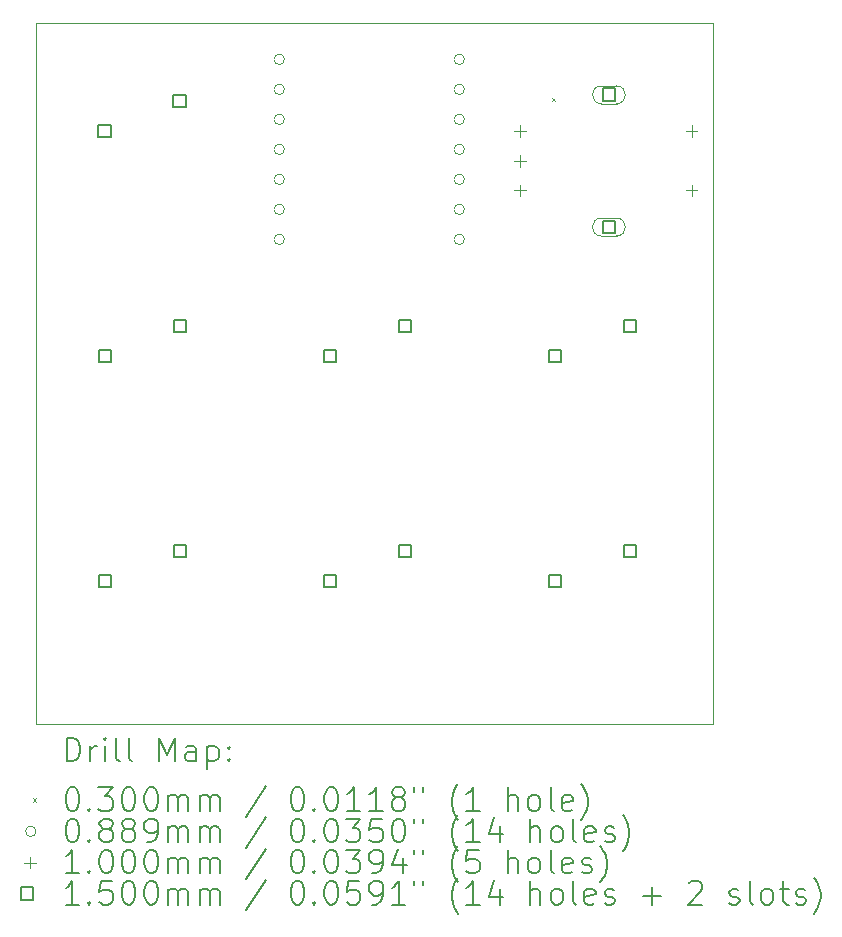
<source format=gbr>
%TF.GenerationSoftware,KiCad,Pcbnew,9.0.2*%
%TF.CreationDate,2025-06-17T21:40:11-05:00*%
%TF.ProjectId,hackapad_but_kerbal,6861636b-6170-4616-945f-6275745f6b65,rev?*%
%TF.SameCoordinates,Original*%
%TF.FileFunction,Drillmap*%
%TF.FilePolarity,Positive*%
%FSLAX45Y45*%
G04 Gerber Fmt 4.5, Leading zero omitted, Abs format (unit mm)*
G04 Created by KiCad (PCBNEW 9.0.2) date 2025-06-17 21:40:11*
%MOMM*%
%LPD*%
G01*
G04 APERTURE LIST*
%ADD10C,0.050000*%
%ADD11C,0.200000*%
%ADD12C,0.100000*%
%ADD13C,0.150000*%
G04 APERTURE END LIST*
D10*
X9840000Y-6170000D02*
X15570000Y-6170000D01*
X15570000Y-12110000D01*
X9840000Y-12110000D01*
X9840000Y-6170000D01*
D11*
D12*
X14205000Y-6805000D02*
X14235000Y-6835000D01*
X14235000Y-6805000D02*
X14205000Y-6835000D01*
X11940450Y-6480000D02*
G75*
G02*
X11851550Y-6480000I-44450J0D01*
G01*
X11851550Y-6480000D02*
G75*
G02*
X11940450Y-6480000I44450J0D01*
G01*
X11940450Y-6734000D02*
G75*
G02*
X11851550Y-6734000I-44450J0D01*
G01*
X11851550Y-6734000D02*
G75*
G02*
X11940450Y-6734000I44450J0D01*
G01*
X11940450Y-6988000D02*
G75*
G02*
X11851550Y-6988000I-44450J0D01*
G01*
X11851550Y-6988000D02*
G75*
G02*
X11940450Y-6988000I44450J0D01*
G01*
X11940450Y-7242000D02*
G75*
G02*
X11851550Y-7242000I-44450J0D01*
G01*
X11851550Y-7242000D02*
G75*
G02*
X11940450Y-7242000I44450J0D01*
G01*
X11940450Y-7496000D02*
G75*
G02*
X11851550Y-7496000I-44450J0D01*
G01*
X11851550Y-7496000D02*
G75*
G02*
X11940450Y-7496000I44450J0D01*
G01*
X11940450Y-7750000D02*
G75*
G02*
X11851550Y-7750000I-44450J0D01*
G01*
X11851550Y-7750000D02*
G75*
G02*
X11940450Y-7750000I44450J0D01*
G01*
X11940450Y-8004000D02*
G75*
G02*
X11851550Y-8004000I-44450J0D01*
G01*
X11851550Y-8004000D02*
G75*
G02*
X11940450Y-8004000I44450J0D01*
G01*
X13464450Y-6480000D02*
G75*
G02*
X13375550Y-6480000I-44450J0D01*
G01*
X13375550Y-6480000D02*
G75*
G02*
X13464450Y-6480000I44450J0D01*
G01*
X13464450Y-6734000D02*
G75*
G02*
X13375550Y-6734000I-44450J0D01*
G01*
X13375550Y-6734000D02*
G75*
G02*
X13464450Y-6734000I44450J0D01*
G01*
X13464450Y-6988000D02*
G75*
G02*
X13375550Y-6988000I-44450J0D01*
G01*
X13375550Y-6988000D02*
G75*
G02*
X13464450Y-6988000I44450J0D01*
G01*
X13464450Y-7242000D02*
G75*
G02*
X13375550Y-7242000I-44450J0D01*
G01*
X13375550Y-7242000D02*
G75*
G02*
X13464450Y-7242000I44450J0D01*
G01*
X13464450Y-7496000D02*
G75*
G02*
X13375550Y-7496000I-44450J0D01*
G01*
X13375550Y-7496000D02*
G75*
G02*
X13464450Y-7496000I44450J0D01*
G01*
X13464450Y-7750000D02*
G75*
G02*
X13375550Y-7750000I-44450J0D01*
G01*
X13375550Y-7750000D02*
G75*
G02*
X13464450Y-7750000I44450J0D01*
G01*
X13464450Y-8004000D02*
G75*
G02*
X13375550Y-8004000I-44450J0D01*
G01*
X13375550Y-8004000D02*
G75*
G02*
X13464450Y-8004000I44450J0D01*
G01*
X13937625Y-7040000D02*
X13937625Y-7140000D01*
X13887625Y-7090000D02*
X13987625Y-7090000D01*
X13937625Y-7290000D02*
X13937625Y-7390000D01*
X13887625Y-7340000D02*
X13987625Y-7340000D01*
X13937625Y-7540000D02*
X13937625Y-7640000D01*
X13887625Y-7590000D02*
X13987625Y-7590000D01*
X15387625Y-7040000D02*
X15387625Y-7140000D01*
X15337625Y-7090000D02*
X15437625Y-7090000D01*
X15387625Y-7540000D02*
X15387625Y-7640000D01*
X15337625Y-7590000D02*
X15437625Y-7590000D01*
D13*
X10472034Y-7139033D02*
X10472034Y-7032966D01*
X10365967Y-7032966D01*
X10365967Y-7139033D01*
X10472034Y-7139033D01*
X10474034Y-9043159D02*
X10474034Y-8937092D01*
X10367967Y-8937092D01*
X10367967Y-9043159D01*
X10474034Y-9043159D01*
X10474034Y-10948159D02*
X10474034Y-10842092D01*
X10367967Y-10842092D01*
X10367967Y-10948159D01*
X10474034Y-10948159D01*
X11107034Y-6885033D02*
X11107034Y-6778966D01*
X11000967Y-6778966D01*
X11000967Y-6885033D01*
X11107034Y-6885033D01*
X11109034Y-8789159D02*
X11109034Y-8683092D01*
X11002967Y-8683092D01*
X11002967Y-8789159D01*
X11109034Y-8789159D01*
X11109034Y-10694159D02*
X11109034Y-10588092D01*
X11002967Y-10588092D01*
X11002967Y-10694159D01*
X11109034Y-10694159D01*
X12379033Y-9043159D02*
X12379033Y-8937092D01*
X12272966Y-8937092D01*
X12272966Y-9043159D01*
X12379033Y-9043159D01*
X12379033Y-10949034D02*
X12379033Y-10842967D01*
X12272966Y-10842967D01*
X12272966Y-10949034D01*
X12379033Y-10949034D01*
X13014033Y-8789159D02*
X13014033Y-8683092D01*
X12907966Y-8683092D01*
X12907966Y-8789159D01*
X13014033Y-8789159D01*
X13014033Y-10695034D02*
X13014033Y-10588967D01*
X12907966Y-10588967D01*
X12907966Y-10695034D01*
X13014033Y-10695034D01*
X14284033Y-9044034D02*
X14284033Y-8937967D01*
X14177966Y-8937967D01*
X14177966Y-9044034D01*
X14284033Y-9044034D01*
X14284033Y-10949034D02*
X14284033Y-10842967D01*
X14177966Y-10842967D01*
X14177966Y-10949034D01*
X14284033Y-10949034D01*
X14740658Y-6833033D02*
X14740658Y-6726966D01*
X14634591Y-6726966D01*
X14634591Y-6833033D01*
X14740658Y-6833033D01*
D12*
X14622625Y-6855000D02*
X14752625Y-6855000D01*
X14752625Y-6705000D02*
G75*
G02*
X14752625Y-6855000I0J-75000D01*
G01*
X14752625Y-6705000D02*
X14622625Y-6705000D01*
X14622625Y-6705000D02*
G75*
G03*
X14622625Y-6855000I0J-75000D01*
G01*
D13*
X14740658Y-7953033D02*
X14740658Y-7846966D01*
X14634591Y-7846966D01*
X14634591Y-7953033D01*
X14740658Y-7953033D01*
D12*
X14622625Y-7975000D02*
X14752625Y-7975000D01*
X14752625Y-7825000D02*
G75*
G02*
X14752625Y-7975000I0J-75000D01*
G01*
X14752625Y-7825000D02*
X14622625Y-7825000D01*
X14622625Y-7825000D02*
G75*
G03*
X14622625Y-7975000I0J-75000D01*
G01*
D13*
X14919033Y-8790034D02*
X14919033Y-8683967D01*
X14812966Y-8683967D01*
X14812966Y-8790034D01*
X14919033Y-8790034D01*
X14919033Y-10695034D02*
X14919033Y-10588967D01*
X14812966Y-10588967D01*
X14812966Y-10695034D01*
X14919033Y-10695034D01*
D11*
X10098277Y-12423984D02*
X10098277Y-12223984D01*
X10098277Y-12223984D02*
X10145896Y-12223984D01*
X10145896Y-12223984D02*
X10174467Y-12233508D01*
X10174467Y-12233508D02*
X10193515Y-12252555D01*
X10193515Y-12252555D02*
X10203039Y-12271603D01*
X10203039Y-12271603D02*
X10212563Y-12309698D01*
X10212563Y-12309698D02*
X10212563Y-12338269D01*
X10212563Y-12338269D02*
X10203039Y-12376365D01*
X10203039Y-12376365D02*
X10193515Y-12395412D01*
X10193515Y-12395412D02*
X10174467Y-12414460D01*
X10174467Y-12414460D02*
X10145896Y-12423984D01*
X10145896Y-12423984D02*
X10098277Y-12423984D01*
X10298277Y-12423984D02*
X10298277Y-12290650D01*
X10298277Y-12328746D02*
X10307801Y-12309698D01*
X10307801Y-12309698D02*
X10317324Y-12300174D01*
X10317324Y-12300174D02*
X10336372Y-12290650D01*
X10336372Y-12290650D02*
X10355420Y-12290650D01*
X10422086Y-12423984D02*
X10422086Y-12290650D01*
X10422086Y-12223984D02*
X10412563Y-12233508D01*
X10412563Y-12233508D02*
X10422086Y-12243031D01*
X10422086Y-12243031D02*
X10431610Y-12233508D01*
X10431610Y-12233508D02*
X10422086Y-12223984D01*
X10422086Y-12223984D02*
X10422086Y-12243031D01*
X10545896Y-12423984D02*
X10526848Y-12414460D01*
X10526848Y-12414460D02*
X10517324Y-12395412D01*
X10517324Y-12395412D02*
X10517324Y-12223984D01*
X10650658Y-12423984D02*
X10631610Y-12414460D01*
X10631610Y-12414460D02*
X10622086Y-12395412D01*
X10622086Y-12395412D02*
X10622086Y-12223984D01*
X10879229Y-12423984D02*
X10879229Y-12223984D01*
X10879229Y-12223984D02*
X10945896Y-12366841D01*
X10945896Y-12366841D02*
X11012563Y-12223984D01*
X11012563Y-12223984D02*
X11012563Y-12423984D01*
X11193515Y-12423984D02*
X11193515Y-12319222D01*
X11193515Y-12319222D02*
X11183991Y-12300174D01*
X11183991Y-12300174D02*
X11164944Y-12290650D01*
X11164944Y-12290650D02*
X11126848Y-12290650D01*
X11126848Y-12290650D02*
X11107801Y-12300174D01*
X11193515Y-12414460D02*
X11174467Y-12423984D01*
X11174467Y-12423984D02*
X11126848Y-12423984D01*
X11126848Y-12423984D02*
X11107801Y-12414460D01*
X11107801Y-12414460D02*
X11098277Y-12395412D01*
X11098277Y-12395412D02*
X11098277Y-12376365D01*
X11098277Y-12376365D02*
X11107801Y-12357317D01*
X11107801Y-12357317D02*
X11126848Y-12347793D01*
X11126848Y-12347793D02*
X11174467Y-12347793D01*
X11174467Y-12347793D02*
X11193515Y-12338269D01*
X11288753Y-12290650D02*
X11288753Y-12490650D01*
X11288753Y-12300174D02*
X11307801Y-12290650D01*
X11307801Y-12290650D02*
X11345896Y-12290650D01*
X11345896Y-12290650D02*
X11364943Y-12300174D01*
X11364943Y-12300174D02*
X11374467Y-12309698D01*
X11374467Y-12309698D02*
X11383991Y-12328746D01*
X11383991Y-12328746D02*
X11383991Y-12385888D01*
X11383991Y-12385888D02*
X11374467Y-12404936D01*
X11374467Y-12404936D02*
X11364943Y-12414460D01*
X11364943Y-12414460D02*
X11345896Y-12423984D01*
X11345896Y-12423984D02*
X11307801Y-12423984D01*
X11307801Y-12423984D02*
X11288753Y-12414460D01*
X11469705Y-12404936D02*
X11479229Y-12414460D01*
X11479229Y-12414460D02*
X11469705Y-12423984D01*
X11469705Y-12423984D02*
X11460182Y-12414460D01*
X11460182Y-12414460D02*
X11469705Y-12404936D01*
X11469705Y-12404936D02*
X11469705Y-12423984D01*
X11469705Y-12300174D02*
X11479229Y-12309698D01*
X11479229Y-12309698D02*
X11469705Y-12319222D01*
X11469705Y-12319222D02*
X11460182Y-12309698D01*
X11460182Y-12309698D02*
X11469705Y-12300174D01*
X11469705Y-12300174D02*
X11469705Y-12319222D01*
D12*
X9807500Y-12737500D02*
X9837500Y-12767500D01*
X9837500Y-12737500D02*
X9807500Y-12767500D01*
D11*
X10136372Y-12643984D02*
X10155420Y-12643984D01*
X10155420Y-12643984D02*
X10174467Y-12653508D01*
X10174467Y-12653508D02*
X10183991Y-12663031D01*
X10183991Y-12663031D02*
X10193515Y-12682079D01*
X10193515Y-12682079D02*
X10203039Y-12720174D01*
X10203039Y-12720174D02*
X10203039Y-12767793D01*
X10203039Y-12767793D02*
X10193515Y-12805888D01*
X10193515Y-12805888D02*
X10183991Y-12824936D01*
X10183991Y-12824936D02*
X10174467Y-12834460D01*
X10174467Y-12834460D02*
X10155420Y-12843984D01*
X10155420Y-12843984D02*
X10136372Y-12843984D01*
X10136372Y-12843984D02*
X10117324Y-12834460D01*
X10117324Y-12834460D02*
X10107801Y-12824936D01*
X10107801Y-12824936D02*
X10098277Y-12805888D01*
X10098277Y-12805888D02*
X10088753Y-12767793D01*
X10088753Y-12767793D02*
X10088753Y-12720174D01*
X10088753Y-12720174D02*
X10098277Y-12682079D01*
X10098277Y-12682079D02*
X10107801Y-12663031D01*
X10107801Y-12663031D02*
X10117324Y-12653508D01*
X10117324Y-12653508D02*
X10136372Y-12643984D01*
X10288753Y-12824936D02*
X10298277Y-12834460D01*
X10298277Y-12834460D02*
X10288753Y-12843984D01*
X10288753Y-12843984D02*
X10279229Y-12834460D01*
X10279229Y-12834460D02*
X10288753Y-12824936D01*
X10288753Y-12824936D02*
X10288753Y-12843984D01*
X10364944Y-12643984D02*
X10488753Y-12643984D01*
X10488753Y-12643984D02*
X10422086Y-12720174D01*
X10422086Y-12720174D02*
X10450658Y-12720174D01*
X10450658Y-12720174D02*
X10469705Y-12729698D01*
X10469705Y-12729698D02*
X10479229Y-12739222D01*
X10479229Y-12739222D02*
X10488753Y-12758269D01*
X10488753Y-12758269D02*
X10488753Y-12805888D01*
X10488753Y-12805888D02*
X10479229Y-12824936D01*
X10479229Y-12824936D02*
X10469705Y-12834460D01*
X10469705Y-12834460D02*
X10450658Y-12843984D01*
X10450658Y-12843984D02*
X10393515Y-12843984D01*
X10393515Y-12843984D02*
X10374467Y-12834460D01*
X10374467Y-12834460D02*
X10364944Y-12824936D01*
X10612563Y-12643984D02*
X10631610Y-12643984D01*
X10631610Y-12643984D02*
X10650658Y-12653508D01*
X10650658Y-12653508D02*
X10660182Y-12663031D01*
X10660182Y-12663031D02*
X10669705Y-12682079D01*
X10669705Y-12682079D02*
X10679229Y-12720174D01*
X10679229Y-12720174D02*
X10679229Y-12767793D01*
X10679229Y-12767793D02*
X10669705Y-12805888D01*
X10669705Y-12805888D02*
X10660182Y-12824936D01*
X10660182Y-12824936D02*
X10650658Y-12834460D01*
X10650658Y-12834460D02*
X10631610Y-12843984D01*
X10631610Y-12843984D02*
X10612563Y-12843984D01*
X10612563Y-12843984D02*
X10593515Y-12834460D01*
X10593515Y-12834460D02*
X10583991Y-12824936D01*
X10583991Y-12824936D02*
X10574467Y-12805888D01*
X10574467Y-12805888D02*
X10564944Y-12767793D01*
X10564944Y-12767793D02*
X10564944Y-12720174D01*
X10564944Y-12720174D02*
X10574467Y-12682079D01*
X10574467Y-12682079D02*
X10583991Y-12663031D01*
X10583991Y-12663031D02*
X10593515Y-12653508D01*
X10593515Y-12653508D02*
X10612563Y-12643984D01*
X10803039Y-12643984D02*
X10822086Y-12643984D01*
X10822086Y-12643984D02*
X10841134Y-12653508D01*
X10841134Y-12653508D02*
X10850658Y-12663031D01*
X10850658Y-12663031D02*
X10860182Y-12682079D01*
X10860182Y-12682079D02*
X10869705Y-12720174D01*
X10869705Y-12720174D02*
X10869705Y-12767793D01*
X10869705Y-12767793D02*
X10860182Y-12805888D01*
X10860182Y-12805888D02*
X10850658Y-12824936D01*
X10850658Y-12824936D02*
X10841134Y-12834460D01*
X10841134Y-12834460D02*
X10822086Y-12843984D01*
X10822086Y-12843984D02*
X10803039Y-12843984D01*
X10803039Y-12843984D02*
X10783991Y-12834460D01*
X10783991Y-12834460D02*
X10774467Y-12824936D01*
X10774467Y-12824936D02*
X10764944Y-12805888D01*
X10764944Y-12805888D02*
X10755420Y-12767793D01*
X10755420Y-12767793D02*
X10755420Y-12720174D01*
X10755420Y-12720174D02*
X10764944Y-12682079D01*
X10764944Y-12682079D02*
X10774467Y-12663031D01*
X10774467Y-12663031D02*
X10783991Y-12653508D01*
X10783991Y-12653508D02*
X10803039Y-12643984D01*
X10955420Y-12843984D02*
X10955420Y-12710650D01*
X10955420Y-12729698D02*
X10964944Y-12720174D01*
X10964944Y-12720174D02*
X10983991Y-12710650D01*
X10983991Y-12710650D02*
X11012563Y-12710650D01*
X11012563Y-12710650D02*
X11031610Y-12720174D01*
X11031610Y-12720174D02*
X11041134Y-12739222D01*
X11041134Y-12739222D02*
X11041134Y-12843984D01*
X11041134Y-12739222D02*
X11050658Y-12720174D01*
X11050658Y-12720174D02*
X11069705Y-12710650D01*
X11069705Y-12710650D02*
X11098277Y-12710650D01*
X11098277Y-12710650D02*
X11117325Y-12720174D01*
X11117325Y-12720174D02*
X11126848Y-12739222D01*
X11126848Y-12739222D02*
X11126848Y-12843984D01*
X11222086Y-12843984D02*
X11222086Y-12710650D01*
X11222086Y-12729698D02*
X11231610Y-12720174D01*
X11231610Y-12720174D02*
X11250658Y-12710650D01*
X11250658Y-12710650D02*
X11279229Y-12710650D01*
X11279229Y-12710650D02*
X11298277Y-12720174D01*
X11298277Y-12720174D02*
X11307801Y-12739222D01*
X11307801Y-12739222D02*
X11307801Y-12843984D01*
X11307801Y-12739222D02*
X11317324Y-12720174D01*
X11317324Y-12720174D02*
X11336372Y-12710650D01*
X11336372Y-12710650D02*
X11364943Y-12710650D01*
X11364943Y-12710650D02*
X11383991Y-12720174D01*
X11383991Y-12720174D02*
X11393515Y-12739222D01*
X11393515Y-12739222D02*
X11393515Y-12843984D01*
X11783991Y-12634460D02*
X11612563Y-12891603D01*
X12041134Y-12643984D02*
X12060182Y-12643984D01*
X12060182Y-12643984D02*
X12079229Y-12653508D01*
X12079229Y-12653508D02*
X12088753Y-12663031D01*
X12088753Y-12663031D02*
X12098277Y-12682079D01*
X12098277Y-12682079D02*
X12107801Y-12720174D01*
X12107801Y-12720174D02*
X12107801Y-12767793D01*
X12107801Y-12767793D02*
X12098277Y-12805888D01*
X12098277Y-12805888D02*
X12088753Y-12824936D01*
X12088753Y-12824936D02*
X12079229Y-12834460D01*
X12079229Y-12834460D02*
X12060182Y-12843984D01*
X12060182Y-12843984D02*
X12041134Y-12843984D01*
X12041134Y-12843984D02*
X12022086Y-12834460D01*
X12022086Y-12834460D02*
X12012563Y-12824936D01*
X12012563Y-12824936D02*
X12003039Y-12805888D01*
X12003039Y-12805888D02*
X11993515Y-12767793D01*
X11993515Y-12767793D02*
X11993515Y-12720174D01*
X11993515Y-12720174D02*
X12003039Y-12682079D01*
X12003039Y-12682079D02*
X12012563Y-12663031D01*
X12012563Y-12663031D02*
X12022086Y-12653508D01*
X12022086Y-12653508D02*
X12041134Y-12643984D01*
X12193515Y-12824936D02*
X12203039Y-12834460D01*
X12203039Y-12834460D02*
X12193515Y-12843984D01*
X12193515Y-12843984D02*
X12183991Y-12834460D01*
X12183991Y-12834460D02*
X12193515Y-12824936D01*
X12193515Y-12824936D02*
X12193515Y-12843984D01*
X12326848Y-12643984D02*
X12345896Y-12643984D01*
X12345896Y-12643984D02*
X12364944Y-12653508D01*
X12364944Y-12653508D02*
X12374467Y-12663031D01*
X12374467Y-12663031D02*
X12383991Y-12682079D01*
X12383991Y-12682079D02*
X12393515Y-12720174D01*
X12393515Y-12720174D02*
X12393515Y-12767793D01*
X12393515Y-12767793D02*
X12383991Y-12805888D01*
X12383991Y-12805888D02*
X12374467Y-12824936D01*
X12374467Y-12824936D02*
X12364944Y-12834460D01*
X12364944Y-12834460D02*
X12345896Y-12843984D01*
X12345896Y-12843984D02*
X12326848Y-12843984D01*
X12326848Y-12843984D02*
X12307801Y-12834460D01*
X12307801Y-12834460D02*
X12298277Y-12824936D01*
X12298277Y-12824936D02*
X12288753Y-12805888D01*
X12288753Y-12805888D02*
X12279229Y-12767793D01*
X12279229Y-12767793D02*
X12279229Y-12720174D01*
X12279229Y-12720174D02*
X12288753Y-12682079D01*
X12288753Y-12682079D02*
X12298277Y-12663031D01*
X12298277Y-12663031D02*
X12307801Y-12653508D01*
X12307801Y-12653508D02*
X12326848Y-12643984D01*
X12583991Y-12843984D02*
X12469706Y-12843984D01*
X12526848Y-12843984D02*
X12526848Y-12643984D01*
X12526848Y-12643984D02*
X12507801Y-12672555D01*
X12507801Y-12672555D02*
X12488753Y-12691603D01*
X12488753Y-12691603D02*
X12469706Y-12701127D01*
X12774467Y-12843984D02*
X12660182Y-12843984D01*
X12717325Y-12843984D02*
X12717325Y-12643984D01*
X12717325Y-12643984D02*
X12698277Y-12672555D01*
X12698277Y-12672555D02*
X12679229Y-12691603D01*
X12679229Y-12691603D02*
X12660182Y-12701127D01*
X12888753Y-12729698D02*
X12869706Y-12720174D01*
X12869706Y-12720174D02*
X12860182Y-12710650D01*
X12860182Y-12710650D02*
X12850658Y-12691603D01*
X12850658Y-12691603D02*
X12850658Y-12682079D01*
X12850658Y-12682079D02*
X12860182Y-12663031D01*
X12860182Y-12663031D02*
X12869706Y-12653508D01*
X12869706Y-12653508D02*
X12888753Y-12643984D01*
X12888753Y-12643984D02*
X12926848Y-12643984D01*
X12926848Y-12643984D02*
X12945896Y-12653508D01*
X12945896Y-12653508D02*
X12955420Y-12663031D01*
X12955420Y-12663031D02*
X12964944Y-12682079D01*
X12964944Y-12682079D02*
X12964944Y-12691603D01*
X12964944Y-12691603D02*
X12955420Y-12710650D01*
X12955420Y-12710650D02*
X12945896Y-12720174D01*
X12945896Y-12720174D02*
X12926848Y-12729698D01*
X12926848Y-12729698D02*
X12888753Y-12729698D01*
X12888753Y-12729698D02*
X12869706Y-12739222D01*
X12869706Y-12739222D02*
X12860182Y-12748746D01*
X12860182Y-12748746D02*
X12850658Y-12767793D01*
X12850658Y-12767793D02*
X12850658Y-12805888D01*
X12850658Y-12805888D02*
X12860182Y-12824936D01*
X12860182Y-12824936D02*
X12869706Y-12834460D01*
X12869706Y-12834460D02*
X12888753Y-12843984D01*
X12888753Y-12843984D02*
X12926848Y-12843984D01*
X12926848Y-12843984D02*
X12945896Y-12834460D01*
X12945896Y-12834460D02*
X12955420Y-12824936D01*
X12955420Y-12824936D02*
X12964944Y-12805888D01*
X12964944Y-12805888D02*
X12964944Y-12767793D01*
X12964944Y-12767793D02*
X12955420Y-12748746D01*
X12955420Y-12748746D02*
X12945896Y-12739222D01*
X12945896Y-12739222D02*
X12926848Y-12729698D01*
X13041134Y-12643984D02*
X13041134Y-12682079D01*
X13117325Y-12643984D02*
X13117325Y-12682079D01*
X13412563Y-12920174D02*
X13403039Y-12910650D01*
X13403039Y-12910650D02*
X13383991Y-12882079D01*
X13383991Y-12882079D02*
X13374468Y-12863031D01*
X13374468Y-12863031D02*
X13364944Y-12834460D01*
X13364944Y-12834460D02*
X13355420Y-12786841D01*
X13355420Y-12786841D02*
X13355420Y-12748746D01*
X13355420Y-12748746D02*
X13364944Y-12701127D01*
X13364944Y-12701127D02*
X13374468Y-12672555D01*
X13374468Y-12672555D02*
X13383991Y-12653508D01*
X13383991Y-12653508D02*
X13403039Y-12624936D01*
X13403039Y-12624936D02*
X13412563Y-12615412D01*
X13593515Y-12843984D02*
X13479229Y-12843984D01*
X13536372Y-12843984D02*
X13536372Y-12643984D01*
X13536372Y-12643984D02*
X13517325Y-12672555D01*
X13517325Y-12672555D02*
X13498277Y-12691603D01*
X13498277Y-12691603D02*
X13479229Y-12701127D01*
X13831610Y-12843984D02*
X13831610Y-12643984D01*
X13917325Y-12843984D02*
X13917325Y-12739222D01*
X13917325Y-12739222D02*
X13907801Y-12720174D01*
X13907801Y-12720174D02*
X13888753Y-12710650D01*
X13888753Y-12710650D02*
X13860182Y-12710650D01*
X13860182Y-12710650D02*
X13841134Y-12720174D01*
X13841134Y-12720174D02*
X13831610Y-12729698D01*
X14041134Y-12843984D02*
X14022087Y-12834460D01*
X14022087Y-12834460D02*
X14012563Y-12824936D01*
X14012563Y-12824936D02*
X14003039Y-12805888D01*
X14003039Y-12805888D02*
X14003039Y-12748746D01*
X14003039Y-12748746D02*
X14012563Y-12729698D01*
X14012563Y-12729698D02*
X14022087Y-12720174D01*
X14022087Y-12720174D02*
X14041134Y-12710650D01*
X14041134Y-12710650D02*
X14069706Y-12710650D01*
X14069706Y-12710650D02*
X14088753Y-12720174D01*
X14088753Y-12720174D02*
X14098277Y-12729698D01*
X14098277Y-12729698D02*
X14107801Y-12748746D01*
X14107801Y-12748746D02*
X14107801Y-12805888D01*
X14107801Y-12805888D02*
X14098277Y-12824936D01*
X14098277Y-12824936D02*
X14088753Y-12834460D01*
X14088753Y-12834460D02*
X14069706Y-12843984D01*
X14069706Y-12843984D02*
X14041134Y-12843984D01*
X14222087Y-12843984D02*
X14203039Y-12834460D01*
X14203039Y-12834460D02*
X14193515Y-12815412D01*
X14193515Y-12815412D02*
X14193515Y-12643984D01*
X14374468Y-12834460D02*
X14355420Y-12843984D01*
X14355420Y-12843984D02*
X14317325Y-12843984D01*
X14317325Y-12843984D02*
X14298277Y-12834460D01*
X14298277Y-12834460D02*
X14288753Y-12815412D01*
X14288753Y-12815412D02*
X14288753Y-12739222D01*
X14288753Y-12739222D02*
X14298277Y-12720174D01*
X14298277Y-12720174D02*
X14317325Y-12710650D01*
X14317325Y-12710650D02*
X14355420Y-12710650D01*
X14355420Y-12710650D02*
X14374468Y-12720174D01*
X14374468Y-12720174D02*
X14383991Y-12739222D01*
X14383991Y-12739222D02*
X14383991Y-12758269D01*
X14383991Y-12758269D02*
X14288753Y-12777317D01*
X14450658Y-12920174D02*
X14460182Y-12910650D01*
X14460182Y-12910650D02*
X14479230Y-12882079D01*
X14479230Y-12882079D02*
X14488753Y-12863031D01*
X14488753Y-12863031D02*
X14498277Y-12834460D01*
X14498277Y-12834460D02*
X14507801Y-12786841D01*
X14507801Y-12786841D02*
X14507801Y-12748746D01*
X14507801Y-12748746D02*
X14498277Y-12701127D01*
X14498277Y-12701127D02*
X14488753Y-12672555D01*
X14488753Y-12672555D02*
X14479230Y-12653508D01*
X14479230Y-12653508D02*
X14460182Y-12624936D01*
X14460182Y-12624936D02*
X14450658Y-12615412D01*
D12*
X9837500Y-13016500D02*
G75*
G02*
X9748600Y-13016500I-44450J0D01*
G01*
X9748600Y-13016500D02*
G75*
G02*
X9837500Y-13016500I44450J0D01*
G01*
D11*
X10136372Y-12907984D02*
X10155420Y-12907984D01*
X10155420Y-12907984D02*
X10174467Y-12917508D01*
X10174467Y-12917508D02*
X10183991Y-12927031D01*
X10183991Y-12927031D02*
X10193515Y-12946079D01*
X10193515Y-12946079D02*
X10203039Y-12984174D01*
X10203039Y-12984174D02*
X10203039Y-13031793D01*
X10203039Y-13031793D02*
X10193515Y-13069888D01*
X10193515Y-13069888D02*
X10183991Y-13088936D01*
X10183991Y-13088936D02*
X10174467Y-13098460D01*
X10174467Y-13098460D02*
X10155420Y-13107984D01*
X10155420Y-13107984D02*
X10136372Y-13107984D01*
X10136372Y-13107984D02*
X10117324Y-13098460D01*
X10117324Y-13098460D02*
X10107801Y-13088936D01*
X10107801Y-13088936D02*
X10098277Y-13069888D01*
X10098277Y-13069888D02*
X10088753Y-13031793D01*
X10088753Y-13031793D02*
X10088753Y-12984174D01*
X10088753Y-12984174D02*
X10098277Y-12946079D01*
X10098277Y-12946079D02*
X10107801Y-12927031D01*
X10107801Y-12927031D02*
X10117324Y-12917508D01*
X10117324Y-12917508D02*
X10136372Y-12907984D01*
X10288753Y-13088936D02*
X10298277Y-13098460D01*
X10298277Y-13098460D02*
X10288753Y-13107984D01*
X10288753Y-13107984D02*
X10279229Y-13098460D01*
X10279229Y-13098460D02*
X10288753Y-13088936D01*
X10288753Y-13088936D02*
X10288753Y-13107984D01*
X10412563Y-12993698D02*
X10393515Y-12984174D01*
X10393515Y-12984174D02*
X10383991Y-12974650D01*
X10383991Y-12974650D02*
X10374467Y-12955603D01*
X10374467Y-12955603D02*
X10374467Y-12946079D01*
X10374467Y-12946079D02*
X10383991Y-12927031D01*
X10383991Y-12927031D02*
X10393515Y-12917508D01*
X10393515Y-12917508D02*
X10412563Y-12907984D01*
X10412563Y-12907984D02*
X10450658Y-12907984D01*
X10450658Y-12907984D02*
X10469705Y-12917508D01*
X10469705Y-12917508D02*
X10479229Y-12927031D01*
X10479229Y-12927031D02*
X10488753Y-12946079D01*
X10488753Y-12946079D02*
X10488753Y-12955603D01*
X10488753Y-12955603D02*
X10479229Y-12974650D01*
X10479229Y-12974650D02*
X10469705Y-12984174D01*
X10469705Y-12984174D02*
X10450658Y-12993698D01*
X10450658Y-12993698D02*
X10412563Y-12993698D01*
X10412563Y-12993698D02*
X10393515Y-13003222D01*
X10393515Y-13003222D02*
X10383991Y-13012746D01*
X10383991Y-13012746D02*
X10374467Y-13031793D01*
X10374467Y-13031793D02*
X10374467Y-13069888D01*
X10374467Y-13069888D02*
X10383991Y-13088936D01*
X10383991Y-13088936D02*
X10393515Y-13098460D01*
X10393515Y-13098460D02*
X10412563Y-13107984D01*
X10412563Y-13107984D02*
X10450658Y-13107984D01*
X10450658Y-13107984D02*
X10469705Y-13098460D01*
X10469705Y-13098460D02*
X10479229Y-13088936D01*
X10479229Y-13088936D02*
X10488753Y-13069888D01*
X10488753Y-13069888D02*
X10488753Y-13031793D01*
X10488753Y-13031793D02*
X10479229Y-13012746D01*
X10479229Y-13012746D02*
X10469705Y-13003222D01*
X10469705Y-13003222D02*
X10450658Y-12993698D01*
X10603039Y-12993698D02*
X10583991Y-12984174D01*
X10583991Y-12984174D02*
X10574467Y-12974650D01*
X10574467Y-12974650D02*
X10564944Y-12955603D01*
X10564944Y-12955603D02*
X10564944Y-12946079D01*
X10564944Y-12946079D02*
X10574467Y-12927031D01*
X10574467Y-12927031D02*
X10583991Y-12917508D01*
X10583991Y-12917508D02*
X10603039Y-12907984D01*
X10603039Y-12907984D02*
X10641134Y-12907984D01*
X10641134Y-12907984D02*
X10660182Y-12917508D01*
X10660182Y-12917508D02*
X10669705Y-12927031D01*
X10669705Y-12927031D02*
X10679229Y-12946079D01*
X10679229Y-12946079D02*
X10679229Y-12955603D01*
X10679229Y-12955603D02*
X10669705Y-12974650D01*
X10669705Y-12974650D02*
X10660182Y-12984174D01*
X10660182Y-12984174D02*
X10641134Y-12993698D01*
X10641134Y-12993698D02*
X10603039Y-12993698D01*
X10603039Y-12993698D02*
X10583991Y-13003222D01*
X10583991Y-13003222D02*
X10574467Y-13012746D01*
X10574467Y-13012746D02*
X10564944Y-13031793D01*
X10564944Y-13031793D02*
X10564944Y-13069888D01*
X10564944Y-13069888D02*
X10574467Y-13088936D01*
X10574467Y-13088936D02*
X10583991Y-13098460D01*
X10583991Y-13098460D02*
X10603039Y-13107984D01*
X10603039Y-13107984D02*
X10641134Y-13107984D01*
X10641134Y-13107984D02*
X10660182Y-13098460D01*
X10660182Y-13098460D02*
X10669705Y-13088936D01*
X10669705Y-13088936D02*
X10679229Y-13069888D01*
X10679229Y-13069888D02*
X10679229Y-13031793D01*
X10679229Y-13031793D02*
X10669705Y-13012746D01*
X10669705Y-13012746D02*
X10660182Y-13003222D01*
X10660182Y-13003222D02*
X10641134Y-12993698D01*
X10774467Y-13107984D02*
X10812563Y-13107984D01*
X10812563Y-13107984D02*
X10831610Y-13098460D01*
X10831610Y-13098460D02*
X10841134Y-13088936D01*
X10841134Y-13088936D02*
X10860182Y-13060365D01*
X10860182Y-13060365D02*
X10869705Y-13022269D01*
X10869705Y-13022269D02*
X10869705Y-12946079D01*
X10869705Y-12946079D02*
X10860182Y-12927031D01*
X10860182Y-12927031D02*
X10850658Y-12917508D01*
X10850658Y-12917508D02*
X10831610Y-12907984D01*
X10831610Y-12907984D02*
X10793515Y-12907984D01*
X10793515Y-12907984D02*
X10774467Y-12917508D01*
X10774467Y-12917508D02*
X10764944Y-12927031D01*
X10764944Y-12927031D02*
X10755420Y-12946079D01*
X10755420Y-12946079D02*
X10755420Y-12993698D01*
X10755420Y-12993698D02*
X10764944Y-13012746D01*
X10764944Y-13012746D02*
X10774467Y-13022269D01*
X10774467Y-13022269D02*
X10793515Y-13031793D01*
X10793515Y-13031793D02*
X10831610Y-13031793D01*
X10831610Y-13031793D02*
X10850658Y-13022269D01*
X10850658Y-13022269D02*
X10860182Y-13012746D01*
X10860182Y-13012746D02*
X10869705Y-12993698D01*
X10955420Y-13107984D02*
X10955420Y-12974650D01*
X10955420Y-12993698D02*
X10964944Y-12984174D01*
X10964944Y-12984174D02*
X10983991Y-12974650D01*
X10983991Y-12974650D02*
X11012563Y-12974650D01*
X11012563Y-12974650D02*
X11031610Y-12984174D01*
X11031610Y-12984174D02*
X11041134Y-13003222D01*
X11041134Y-13003222D02*
X11041134Y-13107984D01*
X11041134Y-13003222D02*
X11050658Y-12984174D01*
X11050658Y-12984174D02*
X11069705Y-12974650D01*
X11069705Y-12974650D02*
X11098277Y-12974650D01*
X11098277Y-12974650D02*
X11117325Y-12984174D01*
X11117325Y-12984174D02*
X11126848Y-13003222D01*
X11126848Y-13003222D02*
X11126848Y-13107984D01*
X11222086Y-13107984D02*
X11222086Y-12974650D01*
X11222086Y-12993698D02*
X11231610Y-12984174D01*
X11231610Y-12984174D02*
X11250658Y-12974650D01*
X11250658Y-12974650D02*
X11279229Y-12974650D01*
X11279229Y-12974650D02*
X11298277Y-12984174D01*
X11298277Y-12984174D02*
X11307801Y-13003222D01*
X11307801Y-13003222D02*
X11307801Y-13107984D01*
X11307801Y-13003222D02*
X11317324Y-12984174D01*
X11317324Y-12984174D02*
X11336372Y-12974650D01*
X11336372Y-12974650D02*
X11364943Y-12974650D01*
X11364943Y-12974650D02*
X11383991Y-12984174D01*
X11383991Y-12984174D02*
X11393515Y-13003222D01*
X11393515Y-13003222D02*
X11393515Y-13107984D01*
X11783991Y-12898460D02*
X11612563Y-13155603D01*
X12041134Y-12907984D02*
X12060182Y-12907984D01*
X12060182Y-12907984D02*
X12079229Y-12917508D01*
X12079229Y-12917508D02*
X12088753Y-12927031D01*
X12088753Y-12927031D02*
X12098277Y-12946079D01*
X12098277Y-12946079D02*
X12107801Y-12984174D01*
X12107801Y-12984174D02*
X12107801Y-13031793D01*
X12107801Y-13031793D02*
X12098277Y-13069888D01*
X12098277Y-13069888D02*
X12088753Y-13088936D01*
X12088753Y-13088936D02*
X12079229Y-13098460D01*
X12079229Y-13098460D02*
X12060182Y-13107984D01*
X12060182Y-13107984D02*
X12041134Y-13107984D01*
X12041134Y-13107984D02*
X12022086Y-13098460D01*
X12022086Y-13098460D02*
X12012563Y-13088936D01*
X12012563Y-13088936D02*
X12003039Y-13069888D01*
X12003039Y-13069888D02*
X11993515Y-13031793D01*
X11993515Y-13031793D02*
X11993515Y-12984174D01*
X11993515Y-12984174D02*
X12003039Y-12946079D01*
X12003039Y-12946079D02*
X12012563Y-12927031D01*
X12012563Y-12927031D02*
X12022086Y-12917508D01*
X12022086Y-12917508D02*
X12041134Y-12907984D01*
X12193515Y-13088936D02*
X12203039Y-13098460D01*
X12203039Y-13098460D02*
X12193515Y-13107984D01*
X12193515Y-13107984D02*
X12183991Y-13098460D01*
X12183991Y-13098460D02*
X12193515Y-13088936D01*
X12193515Y-13088936D02*
X12193515Y-13107984D01*
X12326848Y-12907984D02*
X12345896Y-12907984D01*
X12345896Y-12907984D02*
X12364944Y-12917508D01*
X12364944Y-12917508D02*
X12374467Y-12927031D01*
X12374467Y-12927031D02*
X12383991Y-12946079D01*
X12383991Y-12946079D02*
X12393515Y-12984174D01*
X12393515Y-12984174D02*
X12393515Y-13031793D01*
X12393515Y-13031793D02*
X12383991Y-13069888D01*
X12383991Y-13069888D02*
X12374467Y-13088936D01*
X12374467Y-13088936D02*
X12364944Y-13098460D01*
X12364944Y-13098460D02*
X12345896Y-13107984D01*
X12345896Y-13107984D02*
X12326848Y-13107984D01*
X12326848Y-13107984D02*
X12307801Y-13098460D01*
X12307801Y-13098460D02*
X12298277Y-13088936D01*
X12298277Y-13088936D02*
X12288753Y-13069888D01*
X12288753Y-13069888D02*
X12279229Y-13031793D01*
X12279229Y-13031793D02*
X12279229Y-12984174D01*
X12279229Y-12984174D02*
X12288753Y-12946079D01*
X12288753Y-12946079D02*
X12298277Y-12927031D01*
X12298277Y-12927031D02*
X12307801Y-12917508D01*
X12307801Y-12917508D02*
X12326848Y-12907984D01*
X12460182Y-12907984D02*
X12583991Y-12907984D01*
X12583991Y-12907984D02*
X12517325Y-12984174D01*
X12517325Y-12984174D02*
X12545896Y-12984174D01*
X12545896Y-12984174D02*
X12564944Y-12993698D01*
X12564944Y-12993698D02*
X12574467Y-13003222D01*
X12574467Y-13003222D02*
X12583991Y-13022269D01*
X12583991Y-13022269D02*
X12583991Y-13069888D01*
X12583991Y-13069888D02*
X12574467Y-13088936D01*
X12574467Y-13088936D02*
X12564944Y-13098460D01*
X12564944Y-13098460D02*
X12545896Y-13107984D01*
X12545896Y-13107984D02*
X12488753Y-13107984D01*
X12488753Y-13107984D02*
X12469706Y-13098460D01*
X12469706Y-13098460D02*
X12460182Y-13088936D01*
X12764944Y-12907984D02*
X12669706Y-12907984D01*
X12669706Y-12907984D02*
X12660182Y-13003222D01*
X12660182Y-13003222D02*
X12669706Y-12993698D01*
X12669706Y-12993698D02*
X12688753Y-12984174D01*
X12688753Y-12984174D02*
X12736372Y-12984174D01*
X12736372Y-12984174D02*
X12755420Y-12993698D01*
X12755420Y-12993698D02*
X12764944Y-13003222D01*
X12764944Y-13003222D02*
X12774467Y-13022269D01*
X12774467Y-13022269D02*
X12774467Y-13069888D01*
X12774467Y-13069888D02*
X12764944Y-13088936D01*
X12764944Y-13088936D02*
X12755420Y-13098460D01*
X12755420Y-13098460D02*
X12736372Y-13107984D01*
X12736372Y-13107984D02*
X12688753Y-13107984D01*
X12688753Y-13107984D02*
X12669706Y-13098460D01*
X12669706Y-13098460D02*
X12660182Y-13088936D01*
X12898277Y-12907984D02*
X12917325Y-12907984D01*
X12917325Y-12907984D02*
X12936372Y-12917508D01*
X12936372Y-12917508D02*
X12945896Y-12927031D01*
X12945896Y-12927031D02*
X12955420Y-12946079D01*
X12955420Y-12946079D02*
X12964944Y-12984174D01*
X12964944Y-12984174D02*
X12964944Y-13031793D01*
X12964944Y-13031793D02*
X12955420Y-13069888D01*
X12955420Y-13069888D02*
X12945896Y-13088936D01*
X12945896Y-13088936D02*
X12936372Y-13098460D01*
X12936372Y-13098460D02*
X12917325Y-13107984D01*
X12917325Y-13107984D02*
X12898277Y-13107984D01*
X12898277Y-13107984D02*
X12879229Y-13098460D01*
X12879229Y-13098460D02*
X12869706Y-13088936D01*
X12869706Y-13088936D02*
X12860182Y-13069888D01*
X12860182Y-13069888D02*
X12850658Y-13031793D01*
X12850658Y-13031793D02*
X12850658Y-12984174D01*
X12850658Y-12984174D02*
X12860182Y-12946079D01*
X12860182Y-12946079D02*
X12869706Y-12927031D01*
X12869706Y-12927031D02*
X12879229Y-12917508D01*
X12879229Y-12917508D02*
X12898277Y-12907984D01*
X13041134Y-12907984D02*
X13041134Y-12946079D01*
X13117325Y-12907984D02*
X13117325Y-12946079D01*
X13412563Y-13184174D02*
X13403039Y-13174650D01*
X13403039Y-13174650D02*
X13383991Y-13146079D01*
X13383991Y-13146079D02*
X13374468Y-13127031D01*
X13374468Y-13127031D02*
X13364944Y-13098460D01*
X13364944Y-13098460D02*
X13355420Y-13050841D01*
X13355420Y-13050841D02*
X13355420Y-13012746D01*
X13355420Y-13012746D02*
X13364944Y-12965127D01*
X13364944Y-12965127D02*
X13374468Y-12936555D01*
X13374468Y-12936555D02*
X13383991Y-12917508D01*
X13383991Y-12917508D02*
X13403039Y-12888936D01*
X13403039Y-12888936D02*
X13412563Y-12879412D01*
X13593515Y-13107984D02*
X13479229Y-13107984D01*
X13536372Y-13107984D02*
X13536372Y-12907984D01*
X13536372Y-12907984D02*
X13517325Y-12936555D01*
X13517325Y-12936555D02*
X13498277Y-12955603D01*
X13498277Y-12955603D02*
X13479229Y-12965127D01*
X13764944Y-12974650D02*
X13764944Y-13107984D01*
X13717325Y-12898460D02*
X13669706Y-13041317D01*
X13669706Y-13041317D02*
X13793515Y-13041317D01*
X14022087Y-13107984D02*
X14022087Y-12907984D01*
X14107801Y-13107984D02*
X14107801Y-13003222D01*
X14107801Y-13003222D02*
X14098277Y-12984174D01*
X14098277Y-12984174D02*
X14079230Y-12974650D01*
X14079230Y-12974650D02*
X14050658Y-12974650D01*
X14050658Y-12974650D02*
X14031610Y-12984174D01*
X14031610Y-12984174D02*
X14022087Y-12993698D01*
X14231610Y-13107984D02*
X14212563Y-13098460D01*
X14212563Y-13098460D02*
X14203039Y-13088936D01*
X14203039Y-13088936D02*
X14193515Y-13069888D01*
X14193515Y-13069888D02*
X14193515Y-13012746D01*
X14193515Y-13012746D02*
X14203039Y-12993698D01*
X14203039Y-12993698D02*
X14212563Y-12984174D01*
X14212563Y-12984174D02*
X14231610Y-12974650D01*
X14231610Y-12974650D02*
X14260182Y-12974650D01*
X14260182Y-12974650D02*
X14279230Y-12984174D01*
X14279230Y-12984174D02*
X14288753Y-12993698D01*
X14288753Y-12993698D02*
X14298277Y-13012746D01*
X14298277Y-13012746D02*
X14298277Y-13069888D01*
X14298277Y-13069888D02*
X14288753Y-13088936D01*
X14288753Y-13088936D02*
X14279230Y-13098460D01*
X14279230Y-13098460D02*
X14260182Y-13107984D01*
X14260182Y-13107984D02*
X14231610Y-13107984D01*
X14412563Y-13107984D02*
X14393515Y-13098460D01*
X14393515Y-13098460D02*
X14383991Y-13079412D01*
X14383991Y-13079412D02*
X14383991Y-12907984D01*
X14564944Y-13098460D02*
X14545896Y-13107984D01*
X14545896Y-13107984D02*
X14507801Y-13107984D01*
X14507801Y-13107984D02*
X14488753Y-13098460D01*
X14488753Y-13098460D02*
X14479230Y-13079412D01*
X14479230Y-13079412D02*
X14479230Y-13003222D01*
X14479230Y-13003222D02*
X14488753Y-12984174D01*
X14488753Y-12984174D02*
X14507801Y-12974650D01*
X14507801Y-12974650D02*
X14545896Y-12974650D01*
X14545896Y-12974650D02*
X14564944Y-12984174D01*
X14564944Y-12984174D02*
X14574468Y-13003222D01*
X14574468Y-13003222D02*
X14574468Y-13022269D01*
X14574468Y-13022269D02*
X14479230Y-13041317D01*
X14650658Y-13098460D02*
X14669706Y-13107984D01*
X14669706Y-13107984D02*
X14707801Y-13107984D01*
X14707801Y-13107984D02*
X14726849Y-13098460D01*
X14726849Y-13098460D02*
X14736372Y-13079412D01*
X14736372Y-13079412D02*
X14736372Y-13069888D01*
X14736372Y-13069888D02*
X14726849Y-13050841D01*
X14726849Y-13050841D02*
X14707801Y-13041317D01*
X14707801Y-13041317D02*
X14679230Y-13041317D01*
X14679230Y-13041317D02*
X14660182Y-13031793D01*
X14660182Y-13031793D02*
X14650658Y-13012746D01*
X14650658Y-13012746D02*
X14650658Y-13003222D01*
X14650658Y-13003222D02*
X14660182Y-12984174D01*
X14660182Y-12984174D02*
X14679230Y-12974650D01*
X14679230Y-12974650D02*
X14707801Y-12974650D01*
X14707801Y-12974650D02*
X14726849Y-12984174D01*
X14803039Y-13184174D02*
X14812563Y-13174650D01*
X14812563Y-13174650D02*
X14831611Y-13146079D01*
X14831611Y-13146079D02*
X14841134Y-13127031D01*
X14841134Y-13127031D02*
X14850658Y-13098460D01*
X14850658Y-13098460D02*
X14860182Y-13050841D01*
X14860182Y-13050841D02*
X14860182Y-13012746D01*
X14860182Y-13012746D02*
X14850658Y-12965127D01*
X14850658Y-12965127D02*
X14841134Y-12936555D01*
X14841134Y-12936555D02*
X14831611Y-12917508D01*
X14831611Y-12917508D02*
X14812563Y-12888936D01*
X14812563Y-12888936D02*
X14803039Y-12879412D01*
D12*
X9787500Y-13230500D02*
X9787500Y-13330500D01*
X9737500Y-13280500D02*
X9837500Y-13280500D01*
D11*
X10203039Y-13371984D02*
X10088753Y-13371984D01*
X10145896Y-13371984D02*
X10145896Y-13171984D01*
X10145896Y-13171984D02*
X10126848Y-13200555D01*
X10126848Y-13200555D02*
X10107801Y-13219603D01*
X10107801Y-13219603D02*
X10088753Y-13229127D01*
X10288753Y-13352936D02*
X10298277Y-13362460D01*
X10298277Y-13362460D02*
X10288753Y-13371984D01*
X10288753Y-13371984D02*
X10279229Y-13362460D01*
X10279229Y-13362460D02*
X10288753Y-13352936D01*
X10288753Y-13352936D02*
X10288753Y-13371984D01*
X10422086Y-13171984D02*
X10441134Y-13171984D01*
X10441134Y-13171984D02*
X10460182Y-13181508D01*
X10460182Y-13181508D02*
X10469705Y-13191031D01*
X10469705Y-13191031D02*
X10479229Y-13210079D01*
X10479229Y-13210079D02*
X10488753Y-13248174D01*
X10488753Y-13248174D02*
X10488753Y-13295793D01*
X10488753Y-13295793D02*
X10479229Y-13333888D01*
X10479229Y-13333888D02*
X10469705Y-13352936D01*
X10469705Y-13352936D02*
X10460182Y-13362460D01*
X10460182Y-13362460D02*
X10441134Y-13371984D01*
X10441134Y-13371984D02*
X10422086Y-13371984D01*
X10422086Y-13371984D02*
X10403039Y-13362460D01*
X10403039Y-13362460D02*
X10393515Y-13352936D01*
X10393515Y-13352936D02*
X10383991Y-13333888D01*
X10383991Y-13333888D02*
X10374467Y-13295793D01*
X10374467Y-13295793D02*
X10374467Y-13248174D01*
X10374467Y-13248174D02*
X10383991Y-13210079D01*
X10383991Y-13210079D02*
X10393515Y-13191031D01*
X10393515Y-13191031D02*
X10403039Y-13181508D01*
X10403039Y-13181508D02*
X10422086Y-13171984D01*
X10612563Y-13171984D02*
X10631610Y-13171984D01*
X10631610Y-13171984D02*
X10650658Y-13181508D01*
X10650658Y-13181508D02*
X10660182Y-13191031D01*
X10660182Y-13191031D02*
X10669705Y-13210079D01*
X10669705Y-13210079D02*
X10679229Y-13248174D01*
X10679229Y-13248174D02*
X10679229Y-13295793D01*
X10679229Y-13295793D02*
X10669705Y-13333888D01*
X10669705Y-13333888D02*
X10660182Y-13352936D01*
X10660182Y-13352936D02*
X10650658Y-13362460D01*
X10650658Y-13362460D02*
X10631610Y-13371984D01*
X10631610Y-13371984D02*
X10612563Y-13371984D01*
X10612563Y-13371984D02*
X10593515Y-13362460D01*
X10593515Y-13362460D02*
X10583991Y-13352936D01*
X10583991Y-13352936D02*
X10574467Y-13333888D01*
X10574467Y-13333888D02*
X10564944Y-13295793D01*
X10564944Y-13295793D02*
X10564944Y-13248174D01*
X10564944Y-13248174D02*
X10574467Y-13210079D01*
X10574467Y-13210079D02*
X10583991Y-13191031D01*
X10583991Y-13191031D02*
X10593515Y-13181508D01*
X10593515Y-13181508D02*
X10612563Y-13171984D01*
X10803039Y-13171984D02*
X10822086Y-13171984D01*
X10822086Y-13171984D02*
X10841134Y-13181508D01*
X10841134Y-13181508D02*
X10850658Y-13191031D01*
X10850658Y-13191031D02*
X10860182Y-13210079D01*
X10860182Y-13210079D02*
X10869705Y-13248174D01*
X10869705Y-13248174D02*
X10869705Y-13295793D01*
X10869705Y-13295793D02*
X10860182Y-13333888D01*
X10860182Y-13333888D02*
X10850658Y-13352936D01*
X10850658Y-13352936D02*
X10841134Y-13362460D01*
X10841134Y-13362460D02*
X10822086Y-13371984D01*
X10822086Y-13371984D02*
X10803039Y-13371984D01*
X10803039Y-13371984D02*
X10783991Y-13362460D01*
X10783991Y-13362460D02*
X10774467Y-13352936D01*
X10774467Y-13352936D02*
X10764944Y-13333888D01*
X10764944Y-13333888D02*
X10755420Y-13295793D01*
X10755420Y-13295793D02*
X10755420Y-13248174D01*
X10755420Y-13248174D02*
X10764944Y-13210079D01*
X10764944Y-13210079D02*
X10774467Y-13191031D01*
X10774467Y-13191031D02*
X10783991Y-13181508D01*
X10783991Y-13181508D02*
X10803039Y-13171984D01*
X10955420Y-13371984D02*
X10955420Y-13238650D01*
X10955420Y-13257698D02*
X10964944Y-13248174D01*
X10964944Y-13248174D02*
X10983991Y-13238650D01*
X10983991Y-13238650D02*
X11012563Y-13238650D01*
X11012563Y-13238650D02*
X11031610Y-13248174D01*
X11031610Y-13248174D02*
X11041134Y-13267222D01*
X11041134Y-13267222D02*
X11041134Y-13371984D01*
X11041134Y-13267222D02*
X11050658Y-13248174D01*
X11050658Y-13248174D02*
X11069705Y-13238650D01*
X11069705Y-13238650D02*
X11098277Y-13238650D01*
X11098277Y-13238650D02*
X11117325Y-13248174D01*
X11117325Y-13248174D02*
X11126848Y-13267222D01*
X11126848Y-13267222D02*
X11126848Y-13371984D01*
X11222086Y-13371984D02*
X11222086Y-13238650D01*
X11222086Y-13257698D02*
X11231610Y-13248174D01*
X11231610Y-13248174D02*
X11250658Y-13238650D01*
X11250658Y-13238650D02*
X11279229Y-13238650D01*
X11279229Y-13238650D02*
X11298277Y-13248174D01*
X11298277Y-13248174D02*
X11307801Y-13267222D01*
X11307801Y-13267222D02*
X11307801Y-13371984D01*
X11307801Y-13267222D02*
X11317324Y-13248174D01*
X11317324Y-13248174D02*
X11336372Y-13238650D01*
X11336372Y-13238650D02*
X11364943Y-13238650D01*
X11364943Y-13238650D02*
X11383991Y-13248174D01*
X11383991Y-13248174D02*
X11393515Y-13267222D01*
X11393515Y-13267222D02*
X11393515Y-13371984D01*
X11783991Y-13162460D02*
X11612563Y-13419603D01*
X12041134Y-13171984D02*
X12060182Y-13171984D01*
X12060182Y-13171984D02*
X12079229Y-13181508D01*
X12079229Y-13181508D02*
X12088753Y-13191031D01*
X12088753Y-13191031D02*
X12098277Y-13210079D01*
X12098277Y-13210079D02*
X12107801Y-13248174D01*
X12107801Y-13248174D02*
X12107801Y-13295793D01*
X12107801Y-13295793D02*
X12098277Y-13333888D01*
X12098277Y-13333888D02*
X12088753Y-13352936D01*
X12088753Y-13352936D02*
X12079229Y-13362460D01*
X12079229Y-13362460D02*
X12060182Y-13371984D01*
X12060182Y-13371984D02*
X12041134Y-13371984D01*
X12041134Y-13371984D02*
X12022086Y-13362460D01*
X12022086Y-13362460D02*
X12012563Y-13352936D01*
X12012563Y-13352936D02*
X12003039Y-13333888D01*
X12003039Y-13333888D02*
X11993515Y-13295793D01*
X11993515Y-13295793D02*
X11993515Y-13248174D01*
X11993515Y-13248174D02*
X12003039Y-13210079D01*
X12003039Y-13210079D02*
X12012563Y-13191031D01*
X12012563Y-13191031D02*
X12022086Y-13181508D01*
X12022086Y-13181508D02*
X12041134Y-13171984D01*
X12193515Y-13352936D02*
X12203039Y-13362460D01*
X12203039Y-13362460D02*
X12193515Y-13371984D01*
X12193515Y-13371984D02*
X12183991Y-13362460D01*
X12183991Y-13362460D02*
X12193515Y-13352936D01*
X12193515Y-13352936D02*
X12193515Y-13371984D01*
X12326848Y-13171984D02*
X12345896Y-13171984D01*
X12345896Y-13171984D02*
X12364944Y-13181508D01*
X12364944Y-13181508D02*
X12374467Y-13191031D01*
X12374467Y-13191031D02*
X12383991Y-13210079D01*
X12383991Y-13210079D02*
X12393515Y-13248174D01*
X12393515Y-13248174D02*
X12393515Y-13295793D01*
X12393515Y-13295793D02*
X12383991Y-13333888D01*
X12383991Y-13333888D02*
X12374467Y-13352936D01*
X12374467Y-13352936D02*
X12364944Y-13362460D01*
X12364944Y-13362460D02*
X12345896Y-13371984D01*
X12345896Y-13371984D02*
X12326848Y-13371984D01*
X12326848Y-13371984D02*
X12307801Y-13362460D01*
X12307801Y-13362460D02*
X12298277Y-13352936D01*
X12298277Y-13352936D02*
X12288753Y-13333888D01*
X12288753Y-13333888D02*
X12279229Y-13295793D01*
X12279229Y-13295793D02*
X12279229Y-13248174D01*
X12279229Y-13248174D02*
X12288753Y-13210079D01*
X12288753Y-13210079D02*
X12298277Y-13191031D01*
X12298277Y-13191031D02*
X12307801Y-13181508D01*
X12307801Y-13181508D02*
X12326848Y-13171984D01*
X12460182Y-13171984D02*
X12583991Y-13171984D01*
X12583991Y-13171984D02*
X12517325Y-13248174D01*
X12517325Y-13248174D02*
X12545896Y-13248174D01*
X12545896Y-13248174D02*
X12564944Y-13257698D01*
X12564944Y-13257698D02*
X12574467Y-13267222D01*
X12574467Y-13267222D02*
X12583991Y-13286269D01*
X12583991Y-13286269D02*
X12583991Y-13333888D01*
X12583991Y-13333888D02*
X12574467Y-13352936D01*
X12574467Y-13352936D02*
X12564944Y-13362460D01*
X12564944Y-13362460D02*
X12545896Y-13371984D01*
X12545896Y-13371984D02*
X12488753Y-13371984D01*
X12488753Y-13371984D02*
X12469706Y-13362460D01*
X12469706Y-13362460D02*
X12460182Y-13352936D01*
X12679229Y-13371984D02*
X12717325Y-13371984D01*
X12717325Y-13371984D02*
X12736372Y-13362460D01*
X12736372Y-13362460D02*
X12745896Y-13352936D01*
X12745896Y-13352936D02*
X12764944Y-13324365D01*
X12764944Y-13324365D02*
X12774467Y-13286269D01*
X12774467Y-13286269D02*
X12774467Y-13210079D01*
X12774467Y-13210079D02*
X12764944Y-13191031D01*
X12764944Y-13191031D02*
X12755420Y-13181508D01*
X12755420Y-13181508D02*
X12736372Y-13171984D01*
X12736372Y-13171984D02*
X12698277Y-13171984D01*
X12698277Y-13171984D02*
X12679229Y-13181508D01*
X12679229Y-13181508D02*
X12669706Y-13191031D01*
X12669706Y-13191031D02*
X12660182Y-13210079D01*
X12660182Y-13210079D02*
X12660182Y-13257698D01*
X12660182Y-13257698D02*
X12669706Y-13276746D01*
X12669706Y-13276746D02*
X12679229Y-13286269D01*
X12679229Y-13286269D02*
X12698277Y-13295793D01*
X12698277Y-13295793D02*
X12736372Y-13295793D01*
X12736372Y-13295793D02*
X12755420Y-13286269D01*
X12755420Y-13286269D02*
X12764944Y-13276746D01*
X12764944Y-13276746D02*
X12774467Y-13257698D01*
X12945896Y-13238650D02*
X12945896Y-13371984D01*
X12898277Y-13162460D02*
X12850658Y-13305317D01*
X12850658Y-13305317D02*
X12974467Y-13305317D01*
X13041134Y-13171984D02*
X13041134Y-13210079D01*
X13117325Y-13171984D02*
X13117325Y-13210079D01*
X13412563Y-13448174D02*
X13403039Y-13438650D01*
X13403039Y-13438650D02*
X13383991Y-13410079D01*
X13383991Y-13410079D02*
X13374468Y-13391031D01*
X13374468Y-13391031D02*
X13364944Y-13362460D01*
X13364944Y-13362460D02*
X13355420Y-13314841D01*
X13355420Y-13314841D02*
X13355420Y-13276746D01*
X13355420Y-13276746D02*
X13364944Y-13229127D01*
X13364944Y-13229127D02*
X13374468Y-13200555D01*
X13374468Y-13200555D02*
X13383991Y-13181508D01*
X13383991Y-13181508D02*
X13403039Y-13152936D01*
X13403039Y-13152936D02*
X13412563Y-13143412D01*
X13583991Y-13171984D02*
X13488753Y-13171984D01*
X13488753Y-13171984D02*
X13479229Y-13267222D01*
X13479229Y-13267222D02*
X13488753Y-13257698D01*
X13488753Y-13257698D02*
X13507801Y-13248174D01*
X13507801Y-13248174D02*
X13555420Y-13248174D01*
X13555420Y-13248174D02*
X13574468Y-13257698D01*
X13574468Y-13257698D02*
X13583991Y-13267222D01*
X13583991Y-13267222D02*
X13593515Y-13286269D01*
X13593515Y-13286269D02*
X13593515Y-13333888D01*
X13593515Y-13333888D02*
X13583991Y-13352936D01*
X13583991Y-13352936D02*
X13574468Y-13362460D01*
X13574468Y-13362460D02*
X13555420Y-13371984D01*
X13555420Y-13371984D02*
X13507801Y-13371984D01*
X13507801Y-13371984D02*
X13488753Y-13362460D01*
X13488753Y-13362460D02*
X13479229Y-13352936D01*
X13831610Y-13371984D02*
X13831610Y-13171984D01*
X13917325Y-13371984D02*
X13917325Y-13267222D01*
X13917325Y-13267222D02*
X13907801Y-13248174D01*
X13907801Y-13248174D02*
X13888753Y-13238650D01*
X13888753Y-13238650D02*
X13860182Y-13238650D01*
X13860182Y-13238650D02*
X13841134Y-13248174D01*
X13841134Y-13248174D02*
X13831610Y-13257698D01*
X14041134Y-13371984D02*
X14022087Y-13362460D01*
X14022087Y-13362460D02*
X14012563Y-13352936D01*
X14012563Y-13352936D02*
X14003039Y-13333888D01*
X14003039Y-13333888D02*
X14003039Y-13276746D01*
X14003039Y-13276746D02*
X14012563Y-13257698D01*
X14012563Y-13257698D02*
X14022087Y-13248174D01*
X14022087Y-13248174D02*
X14041134Y-13238650D01*
X14041134Y-13238650D02*
X14069706Y-13238650D01*
X14069706Y-13238650D02*
X14088753Y-13248174D01*
X14088753Y-13248174D02*
X14098277Y-13257698D01*
X14098277Y-13257698D02*
X14107801Y-13276746D01*
X14107801Y-13276746D02*
X14107801Y-13333888D01*
X14107801Y-13333888D02*
X14098277Y-13352936D01*
X14098277Y-13352936D02*
X14088753Y-13362460D01*
X14088753Y-13362460D02*
X14069706Y-13371984D01*
X14069706Y-13371984D02*
X14041134Y-13371984D01*
X14222087Y-13371984D02*
X14203039Y-13362460D01*
X14203039Y-13362460D02*
X14193515Y-13343412D01*
X14193515Y-13343412D02*
X14193515Y-13171984D01*
X14374468Y-13362460D02*
X14355420Y-13371984D01*
X14355420Y-13371984D02*
X14317325Y-13371984D01*
X14317325Y-13371984D02*
X14298277Y-13362460D01*
X14298277Y-13362460D02*
X14288753Y-13343412D01*
X14288753Y-13343412D02*
X14288753Y-13267222D01*
X14288753Y-13267222D02*
X14298277Y-13248174D01*
X14298277Y-13248174D02*
X14317325Y-13238650D01*
X14317325Y-13238650D02*
X14355420Y-13238650D01*
X14355420Y-13238650D02*
X14374468Y-13248174D01*
X14374468Y-13248174D02*
X14383991Y-13267222D01*
X14383991Y-13267222D02*
X14383991Y-13286269D01*
X14383991Y-13286269D02*
X14288753Y-13305317D01*
X14460182Y-13362460D02*
X14479230Y-13371984D01*
X14479230Y-13371984D02*
X14517325Y-13371984D01*
X14517325Y-13371984D02*
X14536372Y-13362460D01*
X14536372Y-13362460D02*
X14545896Y-13343412D01*
X14545896Y-13343412D02*
X14545896Y-13333888D01*
X14545896Y-13333888D02*
X14536372Y-13314841D01*
X14536372Y-13314841D02*
X14517325Y-13305317D01*
X14517325Y-13305317D02*
X14488753Y-13305317D01*
X14488753Y-13305317D02*
X14469706Y-13295793D01*
X14469706Y-13295793D02*
X14460182Y-13276746D01*
X14460182Y-13276746D02*
X14460182Y-13267222D01*
X14460182Y-13267222D02*
X14469706Y-13248174D01*
X14469706Y-13248174D02*
X14488753Y-13238650D01*
X14488753Y-13238650D02*
X14517325Y-13238650D01*
X14517325Y-13238650D02*
X14536372Y-13248174D01*
X14612563Y-13448174D02*
X14622087Y-13438650D01*
X14622087Y-13438650D02*
X14641134Y-13410079D01*
X14641134Y-13410079D02*
X14650658Y-13391031D01*
X14650658Y-13391031D02*
X14660182Y-13362460D01*
X14660182Y-13362460D02*
X14669706Y-13314841D01*
X14669706Y-13314841D02*
X14669706Y-13276746D01*
X14669706Y-13276746D02*
X14660182Y-13229127D01*
X14660182Y-13229127D02*
X14650658Y-13200555D01*
X14650658Y-13200555D02*
X14641134Y-13181508D01*
X14641134Y-13181508D02*
X14622087Y-13152936D01*
X14622087Y-13152936D02*
X14612563Y-13143412D01*
D13*
X9815534Y-13597533D02*
X9815534Y-13491466D01*
X9709467Y-13491466D01*
X9709467Y-13597533D01*
X9815534Y-13597533D01*
D11*
X10203039Y-13635984D02*
X10088753Y-13635984D01*
X10145896Y-13635984D02*
X10145896Y-13435984D01*
X10145896Y-13435984D02*
X10126848Y-13464555D01*
X10126848Y-13464555D02*
X10107801Y-13483603D01*
X10107801Y-13483603D02*
X10088753Y-13493127D01*
X10288753Y-13616936D02*
X10298277Y-13626460D01*
X10298277Y-13626460D02*
X10288753Y-13635984D01*
X10288753Y-13635984D02*
X10279229Y-13626460D01*
X10279229Y-13626460D02*
X10288753Y-13616936D01*
X10288753Y-13616936D02*
X10288753Y-13635984D01*
X10479229Y-13435984D02*
X10383991Y-13435984D01*
X10383991Y-13435984D02*
X10374467Y-13531222D01*
X10374467Y-13531222D02*
X10383991Y-13521698D01*
X10383991Y-13521698D02*
X10403039Y-13512174D01*
X10403039Y-13512174D02*
X10450658Y-13512174D01*
X10450658Y-13512174D02*
X10469705Y-13521698D01*
X10469705Y-13521698D02*
X10479229Y-13531222D01*
X10479229Y-13531222D02*
X10488753Y-13550269D01*
X10488753Y-13550269D02*
X10488753Y-13597888D01*
X10488753Y-13597888D02*
X10479229Y-13616936D01*
X10479229Y-13616936D02*
X10469705Y-13626460D01*
X10469705Y-13626460D02*
X10450658Y-13635984D01*
X10450658Y-13635984D02*
X10403039Y-13635984D01*
X10403039Y-13635984D02*
X10383991Y-13626460D01*
X10383991Y-13626460D02*
X10374467Y-13616936D01*
X10612563Y-13435984D02*
X10631610Y-13435984D01*
X10631610Y-13435984D02*
X10650658Y-13445508D01*
X10650658Y-13445508D02*
X10660182Y-13455031D01*
X10660182Y-13455031D02*
X10669705Y-13474079D01*
X10669705Y-13474079D02*
X10679229Y-13512174D01*
X10679229Y-13512174D02*
X10679229Y-13559793D01*
X10679229Y-13559793D02*
X10669705Y-13597888D01*
X10669705Y-13597888D02*
X10660182Y-13616936D01*
X10660182Y-13616936D02*
X10650658Y-13626460D01*
X10650658Y-13626460D02*
X10631610Y-13635984D01*
X10631610Y-13635984D02*
X10612563Y-13635984D01*
X10612563Y-13635984D02*
X10593515Y-13626460D01*
X10593515Y-13626460D02*
X10583991Y-13616936D01*
X10583991Y-13616936D02*
X10574467Y-13597888D01*
X10574467Y-13597888D02*
X10564944Y-13559793D01*
X10564944Y-13559793D02*
X10564944Y-13512174D01*
X10564944Y-13512174D02*
X10574467Y-13474079D01*
X10574467Y-13474079D02*
X10583991Y-13455031D01*
X10583991Y-13455031D02*
X10593515Y-13445508D01*
X10593515Y-13445508D02*
X10612563Y-13435984D01*
X10803039Y-13435984D02*
X10822086Y-13435984D01*
X10822086Y-13435984D02*
X10841134Y-13445508D01*
X10841134Y-13445508D02*
X10850658Y-13455031D01*
X10850658Y-13455031D02*
X10860182Y-13474079D01*
X10860182Y-13474079D02*
X10869705Y-13512174D01*
X10869705Y-13512174D02*
X10869705Y-13559793D01*
X10869705Y-13559793D02*
X10860182Y-13597888D01*
X10860182Y-13597888D02*
X10850658Y-13616936D01*
X10850658Y-13616936D02*
X10841134Y-13626460D01*
X10841134Y-13626460D02*
X10822086Y-13635984D01*
X10822086Y-13635984D02*
X10803039Y-13635984D01*
X10803039Y-13635984D02*
X10783991Y-13626460D01*
X10783991Y-13626460D02*
X10774467Y-13616936D01*
X10774467Y-13616936D02*
X10764944Y-13597888D01*
X10764944Y-13597888D02*
X10755420Y-13559793D01*
X10755420Y-13559793D02*
X10755420Y-13512174D01*
X10755420Y-13512174D02*
X10764944Y-13474079D01*
X10764944Y-13474079D02*
X10774467Y-13455031D01*
X10774467Y-13455031D02*
X10783991Y-13445508D01*
X10783991Y-13445508D02*
X10803039Y-13435984D01*
X10955420Y-13635984D02*
X10955420Y-13502650D01*
X10955420Y-13521698D02*
X10964944Y-13512174D01*
X10964944Y-13512174D02*
X10983991Y-13502650D01*
X10983991Y-13502650D02*
X11012563Y-13502650D01*
X11012563Y-13502650D02*
X11031610Y-13512174D01*
X11031610Y-13512174D02*
X11041134Y-13531222D01*
X11041134Y-13531222D02*
X11041134Y-13635984D01*
X11041134Y-13531222D02*
X11050658Y-13512174D01*
X11050658Y-13512174D02*
X11069705Y-13502650D01*
X11069705Y-13502650D02*
X11098277Y-13502650D01*
X11098277Y-13502650D02*
X11117325Y-13512174D01*
X11117325Y-13512174D02*
X11126848Y-13531222D01*
X11126848Y-13531222D02*
X11126848Y-13635984D01*
X11222086Y-13635984D02*
X11222086Y-13502650D01*
X11222086Y-13521698D02*
X11231610Y-13512174D01*
X11231610Y-13512174D02*
X11250658Y-13502650D01*
X11250658Y-13502650D02*
X11279229Y-13502650D01*
X11279229Y-13502650D02*
X11298277Y-13512174D01*
X11298277Y-13512174D02*
X11307801Y-13531222D01*
X11307801Y-13531222D02*
X11307801Y-13635984D01*
X11307801Y-13531222D02*
X11317324Y-13512174D01*
X11317324Y-13512174D02*
X11336372Y-13502650D01*
X11336372Y-13502650D02*
X11364943Y-13502650D01*
X11364943Y-13502650D02*
X11383991Y-13512174D01*
X11383991Y-13512174D02*
X11393515Y-13531222D01*
X11393515Y-13531222D02*
X11393515Y-13635984D01*
X11783991Y-13426460D02*
X11612563Y-13683603D01*
X12041134Y-13435984D02*
X12060182Y-13435984D01*
X12060182Y-13435984D02*
X12079229Y-13445508D01*
X12079229Y-13445508D02*
X12088753Y-13455031D01*
X12088753Y-13455031D02*
X12098277Y-13474079D01*
X12098277Y-13474079D02*
X12107801Y-13512174D01*
X12107801Y-13512174D02*
X12107801Y-13559793D01*
X12107801Y-13559793D02*
X12098277Y-13597888D01*
X12098277Y-13597888D02*
X12088753Y-13616936D01*
X12088753Y-13616936D02*
X12079229Y-13626460D01*
X12079229Y-13626460D02*
X12060182Y-13635984D01*
X12060182Y-13635984D02*
X12041134Y-13635984D01*
X12041134Y-13635984D02*
X12022086Y-13626460D01*
X12022086Y-13626460D02*
X12012563Y-13616936D01*
X12012563Y-13616936D02*
X12003039Y-13597888D01*
X12003039Y-13597888D02*
X11993515Y-13559793D01*
X11993515Y-13559793D02*
X11993515Y-13512174D01*
X11993515Y-13512174D02*
X12003039Y-13474079D01*
X12003039Y-13474079D02*
X12012563Y-13455031D01*
X12012563Y-13455031D02*
X12022086Y-13445508D01*
X12022086Y-13445508D02*
X12041134Y-13435984D01*
X12193515Y-13616936D02*
X12203039Y-13626460D01*
X12203039Y-13626460D02*
X12193515Y-13635984D01*
X12193515Y-13635984D02*
X12183991Y-13626460D01*
X12183991Y-13626460D02*
X12193515Y-13616936D01*
X12193515Y-13616936D02*
X12193515Y-13635984D01*
X12326848Y-13435984D02*
X12345896Y-13435984D01*
X12345896Y-13435984D02*
X12364944Y-13445508D01*
X12364944Y-13445508D02*
X12374467Y-13455031D01*
X12374467Y-13455031D02*
X12383991Y-13474079D01*
X12383991Y-13474079D02*
X12393515Y-13512174D01*
X12393515Y-13512174D02*
X12393515Y-13559793D01*
X12393515Y-13559793D02*
X12383991Y-13597888D01*
X12383991Y-13597888D02*
X12374467Y-13616936D01*
X12374467Y-13616936D02*
X12364944Y-13626460D01*
X12364944Y-13626460D02*
X12345896Y-13635984D01*
X12345896Y-13635984D02*
X12326848Y-13635984D01*
X12326848Y-13635984D02*
X12307801Y-13626460D01*
X12307801Y-13626460D02*
X12298277Y-13616936D01*
X12298277Y-13616936D02*
X12288753Y-13597888D01*
X12288753Y-13597888D02*
X12279229Y-13559793D01*
X12279229Y-13559793D02*
X12279229Y-13512174D01*
X12279229Y-13512174D02*
X12288753Y-13474079D01*
X12288753Y-13474079D02*
X12298277Y-13455031D01*
X12298277Y-13455031D02*
X12307801Y-13445508D01*
X12307801Y-13445508D02*
X12326848Y-13435984D01*
X12574467Y-13435984D02*
X12479229Y-13435984D01*
X12479229Y-13435984D02*
X12469706Y-13531222D01*
X12469706Y-13531222D02*
X12479229Y-13521698D01*
X12479229Y-13521698D02*
X12498277Y-13512174D01*
X12498277Y-13512174D02*
X12545896Y-13512174D01*
X12545896Y-13512174D02*
X12564944Y-13521698D01*
X12564944Y-13521698D02*
X12574467Y-13531222D01*
X12574467Y-13531222D02*
X12583991Y-13550269D01*
X12583991Y-13550269D02*
X12583991Y-13597888D01*
X12583991Y-13597888D02*
X12574467Y-13616936D01*
X12574467Y-13616936D02*
X12564944Y-13626460D01*
X12564944Y-13626460D02*
X12545896Y-13635984D01*
X12545896Y-13635984D02*
X12498277Y-13635984D01*
X12498277Y-13635984D02*
X12479229Y-13626460D01*
X12479229Y-13626460D02*
X12469706Y-13616936D01*
X12679229Y-13635984D02*
X12717325Y-13635984D01*
X12717325Y-13635984D02*
X12736372Y-13626460D01*
X12736372Y-13626460D02*
X12745896Y-13616936D01*
X12745896Y-13616936D02*
X12764944Y-13588365D01*
X12764944Y-13588365D02*
X12774467Y-13550269D01*
X12774467Y-13550269D02*
X12774467Y-13474079D01*
X12774467Y-13474079D02*
X12764944Y-13455031D01*
X12764944Y-13455031D02*
X12755420Y-13445508D01*
X12755420Y-13445508D02*
X12736372Y-13435984D01*
X12736372Y-13435984D02*
X12698277Y-13435984D01*
X12698277Y-13435984D02*
X12679229Y-13445508D01*
X12679229Y-13445508D02*
X12669706Y-13455031D01*
X12669706Y-13455031D02*
X12660182Y-13474079D01*
X12660182Y-13474079D02*
X12660182Y-13521698D01*
X12660182Y-13521698D02*
X12669706Y-13540746D01*
X12669706Y-13540746D02*
X12679229Y-13550269D01*
X12679229Y-13550269D02*
X12698277Y-13559793D01*
X12698277Y-13559793D02*
X12736372Y-13559793D01*
X12736372Y-13559793D02*
X12755420Y-13550269D01*
X12755420Y-13550269D02*
X12764944Y-13540746D01*
X12764944Y-13540746D02*
X12774467Y-13521698D01*
X12964944Y-13635984D02*
X12850658Y-13635984D01*
X12907801Y-13635984D02*
X12907801Y-13435984D01*
X12907801Y-13435984D02*
X12888753Y-13464555D01*
X12888753Y-13464555D02*
X12869706Y-13483603D01*
X12869706Y-13483603D02*
X12850658Y-13493127D01*
X13041134Y-13435984D02*
X13041134Y-13474079D01*
X13117325Y-13435984D02*
X13117325Y-13474079D01*
X13412563Y-13712174D02*
X13403039Y-13702650D01*
X13403039Y-13702650D02*
X13383991Y-13674079D01*
X13383991Y-13674079D02*
X13374468Y-13655031D01*
X13374468Y-13655031D02*
X13364944Y-13626460D01*
X13364944Y-13626460D02*
X13355420Y-13578841D01*
X13355420Y-13578841D02*
X13355420Y-13540746D01*
X13355420Y-13540746D02*
X13364944Y-13493127D01*
X13364944Y-13493127D02*
X13374468Y-13464555D01*
X13374468Y-13464555D02*
X13383991Y-13445508D01*
X13383991Y-13445508D02*
X13403039Y-13416936D01*
X13403039Y-13416936D02*
X13412563Y-13407412D01*
X13593515Y-13635984D02*
X13479229Y-13635984D01*
X13536372Y-13635984D02*
X13536372Y-13435984D01*
X13536372Y-13435984D02*
X13517325Y-13464555D01*
X13517325Y-13464555D02*
X13498277Y-13483603D01*
X13498277Y-13483603D02*
X13479229Y-13493127D01*
X13764944Y-13502650D02*
X13764944Y-13635984D01*
X13717325Y-13426460D02*
X13669706Y-13569317D01*
X13669706Y-13569317D02*
X13793515Y-13569317D01*
X14022087Y-13635984D02*
X14022087Y-13435984D01*
X14107801Y-13635984D02*
X14107801Y-13531222D01*
X14107801Y-13531222D02*
X14098277Y-13512174D01*
X14098277Y-13512174D02*
X14079230Y-13502650D01*
X14079230Y-13502650D02*
X14050658Y-13502650D01*
X14050658Y-13502650D02*
X14031610Y-13512174D01*
X14031610Y-13512174D02*
X14022087Y-13521698D01*
X14231610Y-13635984D02*
X14212563Y-13626460D01*
X14212563Y-13626460D02*
X14203039Y-13616936D01*
X14203039Y-13616936D02*
X14193515Y-13597888D01*
X14193515Y-13597888D02*
X14193515Y-13540746D01*
X14193515Y-13540746D02*
X14203039Y-13521698D01*
X14203039Y-13521698D02*
X14212563Y-13512174D01*
X14212563Y-13512174D02*
X14231610Y-13502650D01*
X14231610Y-13502650D02*
X14260182Y-13502650D01*
X14260182Y-13502650D02*
X14279230Y-13512174D01*
X14279230Y-13512174D02*
X14288753Y-13521698D01*
X14288753Y-13521698D02*
X14298277Y-13540746D01*
X14298277Y-13540746D02*
X14298277Y-13597888D01*
X14298277Y-13597888D02*
X14288753Y-13616936D01*
X14288753Y-13616936D02*
X14279230Y-13626460D01*
X14279230Y-13626460D02*
X14260182Y-13635984D01*
X14260182Y-13635984D02*
X14231610Y-13635984D01*
X14412563Y-13635984D02*
X14393515Y-13626460D01*
X14393515Y-13626460D02*
X14383991Y-13607412D01*
X14383991Y-13607412D02*
X14383991Y-13435984D01*
X14564944Y-13626460D02*
X14545896Y-13635984D01*
X14545896Y-13635984D02*
X14507801Y-13635984D01*
X14507801Y-13635984D02*
X14488753Y-13626460D01*
X14488753Y-13626460D02*
X14479230Y-13607412D01*
X14479230Y-13607412D02*
X14479230Y-13531222D01*
X14479230Y-13531222D02*
X14488753Y-13512174D01*
X14488753Y-13512174D02*
X14507801Y-13502650D01*
X14507801Y-13502650D02*
X14545896Y-13502650D01*
X14545896Y-13502650D02*
X14564944Y-13512174D01*
X14564944Y-13512174D02*
X14574468Y-13531222D01*
X14574468Y-13531222D02*
X14574468Y-13550269D01*
X14574468Y-13550269D02*
X14479230Y-13569317D01*
X14650658Y-13626460D02*
X14669706Y-13635984D01*
X14669706Y-13635984D02*
X14707801Y-13635984D01*
X14707801Y-13635984D02*
X14726849Y-13626460D01*
X14726849Y-13626460D02*
X14736372Y-13607412D01*
X14736372Y-13607412D02*
X14736372Y-13597888D01*
X14736372Y-13597888D02*
X14726849Y-13578841D01*
X14726849Y-13578841D02*
X14707801Y-13569317D01*
X14707801Y-13569317D02*
X14679230Y-13569317D01*
X14679230Y-13569317D02*
X14660182Y-13559793D01*
X14660182Y-13559793D02*
X14650658Y-13540746D01*
X14650658Y-13540746D02*
X14650658Y-13531222D01*
X14650658Y-13531222D02*
X14660182Y-13512174D01*
X14660182Y-13512174D02*
X14679230Y-13502650D01*
X14679230Y-13502650D02*
X14707801Y-13502650D01*
X14707801Y-13502650D02*
X14726849Y-13512174D01*
X14974468Y-13559793D02*
X15126849Y-13559793D01*
X15050658Y-13635984D02*
X15050658Y-13483603D01*
X15364944Y-13455031D02*
X15374468Y-13445508D01*
X15374468Y-13445508D02*
X15393515Y-13435984D01*
X15393515Y-13435984D02*
X15441134Y-13435984D01*
X15441134Y-13435984D02*
X15460182Y-13445508D01*
X15460182Y-13445508D02*
X15469706Y-13455031D01*
X15469706Y-13455031D02*
X15479230Y-13474079D01*
X15479230Y-13474079D02*
X15479230Y-13493127D01*
X15479230Y-13493127D02*
X15469706Y-13521698D01*
X15469706Y-13521698D02*
X15355420Y-13635984D01*
X15355420Y-13635984D02*
X15479230Y-13635984D01*
X15707801Y-13626460D02*
X15726849Y-13635984D01*
X15726849Y-13635984D02*
X15764944Y-13635984D01*
X15764944Y-13635984D02*
X15783992Y-13626460D01*
X15783992Y-13626460D02*
X15793515Y-13607412D01*
X15793515Y-13607412D02*
X15793515Y-13597888D01*
X15793515Y-13597888D02*
X15783992Y-13578841D01*
X15783992Y-13578841D02*
X15764944Y-13569317D01*
X15764944Y-13569317D02*
X15736373Y-13569317D01*
X15736373Y-13569317D02*
X15717325Y-13559793D01*
X15717325Y-13559793D02*
X15707801Y-13540746D01*
X15707801Y-13540746D02*
X15707801Y-13531222D01*
X15707801Y-13531222D02*
X15717325Y-13512174D01*
X15717325Y-13512174D02*
X15736373Y-13502650D01*
X15736373Y-13502650D02*
X15764944Y-13502650D01*
X15764944Y-13502650D02*
X15783992Y-13512174D01*
X15907801Y-13635984D02*
X15888754Y-13626460D01*
X15888754Y-13626460D02*
X15879230Y-13607412D01*
X15879230Y-13607412D02*
X15879230Y-13435984D01*
X16012563Y-13635984D02*
X15993515Y-13626460D01*
X15993515Y-13626460D02*
X15983992Y-13616936D01*
X15983992Y-13616936D02*
X15974468Y-13597888D01*
X15974468Y-13597888D02*
X15974468Y-13540746D01*
X15974468Y-13540746D02*
X15983992Y-13521698D01*
X15983992Y-13521698D02*
X15993515Y-13512174D01*
X15993515Y-13512174D02*
X16012563Y-13502650D01*
X16012563Y-13502650D02*
X16041135Y-13502650D01*
X16041135Y-13502650D02*
X16060182Y-13512174D01*
X16060182Y-13512174D02*
X16069706Y-13521698D01*
X16069706Y-13521698D02*
X16079230Y-13540746D01*
X16079230Y-13540746D02*
X16079230Y-13597888D01*
X16079230Y-13597888D02*
X16069706Y-13616936D01*
X16069706Y-13616936D02*
X16060182Y-13626460D01*
X16060182Y-13626460D02*
X16041135Y-13635984D01*
X16041135Y-13635984D02*
X16012563Y-13635984D01*
X16136373Y-13502650D02*
X16212563Y-13502650D01*
X16164944Y-13435984D02*
X16164944Y-13607412D01*
X16164944Y-13607412D02*
X16174468Y-13626460D01*
X16174468Y-13626460D02*
X16193515Y-13635984D01*
X16193515Y-13635984D02*
X16212563Y-13635984D01*
X16269706Y-13626460D02*
X16288754Y-13635984D01*
X16288754Y-13635984D02*
X16326849Y-13635984D01*
X16326849Y-13635984D02*
X16345896Y-13626460D01*
X16345896Y-13626460D02*
X16355420Y-13607412D01*
X16355420Y-13607412D02*
X16355420Y-13597888D01*
X16355420Y-13597888D02*
X16345896Y-13578841D01*
X16345896Y-13578841D02*
X16326849Y-13569317D01*
X16326849Y-13569317D02*
X16298277Y-13569317D01*
X16298277Y-13569317D02*
X16279230Y-13559793D01*
X16279230Y-13559793D02*
X16269706Y-13540746D01*
X16269706Y-13540746D02*
X16269706Y-13531222D01*
X16269706Y-13531222D02*
X16279230Y-13512174D01*
X16279230Y-13512174D02*
X16298277Y-13502650D01*
X16298277Y-13502650D02*
X16326849Y-13502650D01*
X16326849Y-13502650D02*
X16345896Y-13512174D01*
X16422087Y-13712174D02*
X16431611Y-13702650D01*
X16431611Y-13702650D02*
X16450658Y-13674079D01*
X16450658Y-13674079D02*
X16460182Y-13655031D01*
X16460182Y-13655031D02*
X16469706Y-13626460D01*
X16469706Y-13626460D02*
X16479230Y-13578841D01*
X16479230Y-13578841D02*
X16479230Y-13540746D01*
X16479230Y-13540746D02*
X16469706Y-13493127D01*
X16469706Y-13493127D02*
X16460182Y-13464555D01*
X16460182Y-13464555D02*
X16450658Y-13445508D01*
X16450658Y-13445508D02*
X16431611Y-13416936D01*
X16431611Y-13416936D02*
X16422087Y-13407412D01*
M02*

</source>
